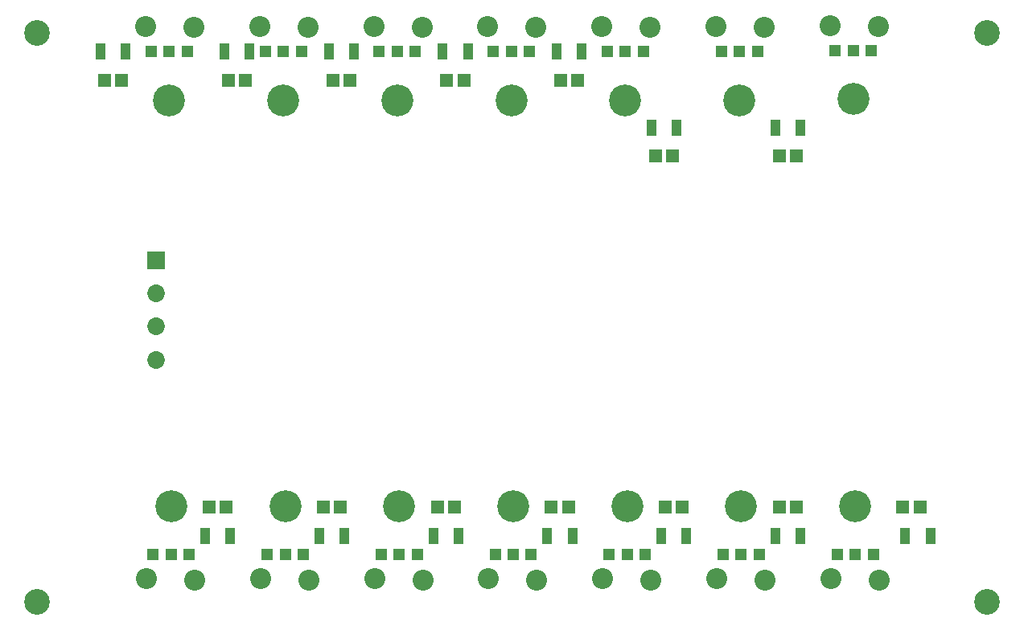
<source format=gbs>
G04*
G04 #@! TF.GenerationSoftware,Altium Limited,Altium Designer,23.5.1 (21)*
G04*
G04 Layer_Color=16711935*
%FSLAX25Y25*%
%MOIN*%
G70*
G04*
G04 #@! TF.SameCoordinates,1A84014D-912B-431A-891A-BB623E0DE537*
G04*
G04*
G04 #@! TF.FilePolarity,Negative*
G04*
G01*
G75*
%ADD17C,0.07296*%
%ADD18R,0.07296X0.07296*%
%ADD19C,0.10642*%
%ADD20C,0.08674*%
%ADD21R,0.04737X0.04737*%
%ADD22C,0.13202*%
%ADD32R,0.05500X0.05800*%
%ADD33R,0.04343X0.06902*%
D17*
X187000Y238341D02*
D03*
Y252120D02*
D03*
Y265900D02*
D03*
D18*
Y279679D02*
D03*
D19*
X531496Y137795D02*
D03*
X137795D02*
D03*
Y374016D02*
D03*
X531496D02*
D03*
D20*
X438976Y376142D02*
D03*
X418976Y376673D02*
D03*
X230000D02*
D03*
X250000Y376142D02*
D03*
X486535Y146949D02*
D03*
X466535Y147480D02*
D03*
X182756Y376673D02*
D03*
X202756Y376142D02*
D03*
X183071Y147480D02*
D03*
X203071Y146949D02*
D03*
X250315D02*
D03*
X230315Y147480D02*
D03*
X277559D02*
D03*
X297559Y146949D02*
D03*
X324803Y147480D02*
D03*
X344803Y146949D02*
D03*
X372047Y147480D02*
D03*
X392047Y146949D02*
D03*
X419291Y147480D02*
D03*
X439291Y146949D02*
D03*
X297244Y376142D02*
D03*
X277244Y376673D02*
D03*
X344488Y376142D02*
D03*
X324488Y376673D02*
D03*
X371732D02*
D03*
X391732Y376142D02*
D03*
X466221Y377067D02*
D03*
X486221Y376535D02*
D03*
D21*
X428740Y366142D02*
D03*
X436221D02*
D03*
X421260D02*
D03*
X239764D02*
D03*
X247244D02*
D03*
X232283D02*
D03*
X476772Y157480D02*
D03*
X469291D02*
D03*
X484252D02*
D03*
X200000Y366142D02*
D03*
X192520D02*
D03*
X185039D02*
D03*
X437008Y157480D02*
D03*
X422047D02*
D03*
X389764D02*
D03*
X374803D02*
D03*
X342520D02*
D03*
X327559D02*
D03*
X295276D02*
D03*
X280315D02*
D03*
X248031D02*
D03*
X233071D02*
D03*
X200787D02*
D03*
X185827D02*
D03*
X468504Y366535D02*
D03*
X483465D02*
D03*
X374016Y366142D02*
D03*
X388976D02*
D03*
X326772D02*
D03*
X341732D02*
D03*
X279528D02*
D03*
X294488D02*
D03*
X193307Y157480D02*
D03*
X240551D02*
D03*
X287795D02*
D03*
X335039D02*
D03*
X382283D02*
D03*
X429528D02*
D03*
X287008Y366142D02*
D03*
X334252D02*
D03*
X381496D02*
D03*
X475984Y366535D02*
D03*
D22*
X428740Y346063D02*
D03*
X239764D02*
D03*
X476772Y177559D02*
D03*
X192520Y346063D02*
D03*
X193307Y177559D02*
D03*
X240551D02*
D03*
X287795D02*
D03*
X335039D02*
D03*
X382283D02*
D03*
X429528D02*
D03*
X287008Y346063D02*
D03*
X334252D02*
D03*
X381496D02*
D03*
X475984Y346457D02*
D03*
D32*
X172838Y354331D02*
D03*
X165745D02*
D03*
X496454Y177165D02*
D03*
X503546D02*
D03*
X216145D02*
D03*
X209052D02*
D03*
X216926Y354331D02*
D03*
X224019D02*
D03*
X260233D02*
D03*
X267326D02*
D03*
X307477D02*
D03*
X314570D02*
D03*
X354721D02*
D03*
X361814D02*
D03*
X394091Y322835D02*
D03*
X401184D02*
D03*
X445272D02*
D03*
X452365D02*
D03*
X445272Y177165D02*
D03*
X452365D02*
D03*
X398028D02*
D03*
X405121D02*
D03*
X350784D02*
D03*
X357877D02*
D03*
X303540D02*
D03*
X310633D02*
D03*
X256296D02*
D03*
X263389D02*
D03*
D33*
X174508Y366142D02*
D03*
X164075D02*
D03*
X225689D02*
D03*
X215256D02*
D03*
X268996D02*
D03*
X258563D02*
D03*
X316240D02*
D03*
X305807D02*
D03*
X363484D02*
D03*
X353051D02*
D03*
X402854Y334646D02*
D03*
X392421D02*
D03*
X454035D02*
D03*
X443602D02*
D03*
X207382Y165354D02*
D03*
X217815D02*
D03*
X254626Y165354D02*
D03*
X265059D02*
D03*
X301870D02*
D03*
X312303D02*
D03*
X349114D02*
D03*
X359547D02*
D03*
X396358D02*
D03*
X406791D02*
D03*
X443602D02*
D03*
X454035D02*
D03*
X507874D02*
D03*
X497441D02*
D03*
M02*

</source>
